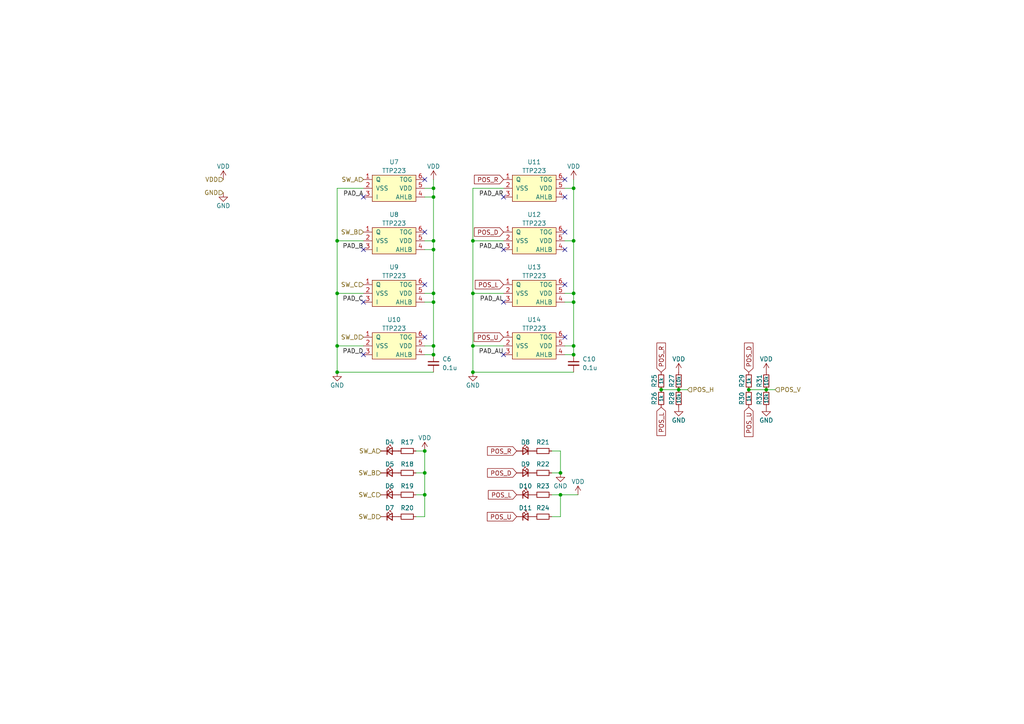
<source format=kicad_sch>
(kicad_sch (version 20211123) (generator eeschema)
  (paper "A4")
  (title_block (title "RL78Display-EB") (date "2022-09-21") (rev "V1.0") (company "https://github.com/KimiakiK"))
  (lib_symbols
    (symbol "Device:C_Small" (pin_numbers hide) (pin_names (offset 0.254) hide)
      (property "Reference" "C" (at 0.254 1.778 0))
      (property "Value" "C_Small" (at 0.254 -2.032 0))
      (symbol "C_Small_0_1"
        (polyline (pts (xy -1.524 -0.508) (xy 1.524 -0.508)) (stroke (width 0.3302)))
        (polyline (pts (xy -1.524 0.508) (xy 1.524 0.508)) (stroke (width 0.3048)))
      )
      (symbol "C_Small_1_1"
        (pin passive line (at 0 2.54 270) (length 2.032) (name "~") (number "1"))
        (pin passive line (at 0 -2.54 90) (length 2.032) (name "~") (number "2"))
      )
    )
    (symbol "Device:LED_Small" (pin_numbers hide) (pin_names (offset 0.254) hide)
      (property "Reference" "D" (at -1.27 3.175 0))
      (property "Value" "LED_Small" (at -4.445 -2.54 0))
      (symbol "LED_Small_0_1"
        (polyline (pts (xy -0.762 -1.016) (xy -0.762 1.016)) (stroke (width 0.254)))
        (polyline (pts (xy 1.016 0) (xy -0.762 0)))
        (polyline (pts (xy 0.762 -1.016) (xy -0.762 0) (xy 0.762 1.016) (xy 0.762 -1.016)) (stroke (width 0.254)))
        (polyline (pts (xy 0 0.762) (xy -0.508 1.27) (xy -0.254 1.27) (xy -0.508 1.27) (xy -0.508 1.016)))
        (polyline (pts (xy 0.508 1.27) (xy 0 1.778) (xy 0.254 1.778) (xy 0 1.778) (xy 0 1.524)))
      )
      (symbol "LED_Small_1_1"
        (pin passive line (at -2.54 0 0) (length 1.778) (name "K") (number "1"))
        (pin passive line (at 2.54 0 180) (length 1.778) (name "A") (number "2"))
      )
    )
    (symbol "Device:R_Small" (pin_numbers hide) (pin_names (offset 0.254) hide)
      (property "Reference" "R" (at 0.762 0.508 0))
      (property "Value" "R_Small" (at 0.762 -1.016 0))
      (symbol "R_Small_0_1"
        (rectangle (start -0.762 1.778) (end 0.762 -1.778) (stroke (width 0.2032)))
      )
      (symbol "R_Small_1_1"
        (pin passive line (at 0 2.54 270) (length 0.762) (name "~") (number "1"))
        (pin passive line (at 0 -2.54 90) (length 0.762) (name "~") (number "2"))
      )
    )
    (symbol "RL78Display:TTP223" (pin_names (offset 1.016))
      (property "Reference" "U" (at 0 7.62 0))
      (property "Value" "TTP223" (at 0 5.08 0))
      (symbol "TTP223_0_0"
        (pin passive line (at -8.89 2.54 0) (length 2.54) (name "Q") (number "1"))
        (pin power_in line (at -8.89 0 0) (length 2.54) (name "VSS") (number "2"))
        (pin passive line (at -8.89 -2.54 0) (length 2.54) (name "I") (number "3"))
        (pin passive line (at 8.89 -2.54 180) (length 2.54) (name "AHLB") (number "4"))
        (pin power_in line (at 8.89 0 180) (length 2.54) (name "VDD") (number "5"))
        (pin passive line (at 8.89 2.54 180) (length 2.54) (name "TOG") (number "6"))
      )
      (symbol "TTP223_0_1"
        (rectangle (start -6.35 3.81) (end 6.35 -3.81) (fill (type background)))
      )
    )
    (symbol "power:GND" (power) (pin_names (offset 0))
      (property "Value" "GND" (at 0 -3.81 0))
      (symbol "GND_0_1"
        (polyline (pts (xy 0 0) (xy 0 -1.27) (xy 1.27 -1.27) (xy 0 -2.54) (xy -1.27 -1.27) (xy 0 -1.27)))
      )
      (symbol "GND_1_1"
        (pin power_in line (at 0 0 270) (length 0) hide (name "GND") (number "1"))
      )
    )
    (symbol "power:VDD" (power) (pin_names (offset 0))
      (property "Value" "VDD" (at 0 3.81 0))
      (symbol "VDD_0_1"
        (polyline (pts (xy -0.762 1.27) (xy 0 2.54)))
        (polyline (pts (xy 0 0) (xy 0 2.54)))
        (polyline (pts (xy 0 2.54) (xy 0.762 1.27)))
      )
      (symbol "VDD_1_1"
        (pin power_in line (at 0 0 90) (length 0) hide (name "VDD") (number "1"))
      )
    )
  )
  (junction (at 166.37 102.87))
  (junction (at 162.56 143.51))
  (junction (at 137.16 85.09))
  (junction (at 123.19 130.81))
  (junction (at 162.56 137.16))
  (junction (at 125.73 69.85))
  (junction (at 123.19 143.51))
  (junction (at 137.16 107.95))
  (junction (at 125.73 87.63))
  (junction (at 137.16 100.33))
  (junction (at 125.73 54.61))
  (junction (at 97.79 85.09))
  (junction (at 166.37 100.33))
  (junction (at 125.73 85.09))
  (junction (at 166.37 69.85))
  (junction (at 123.19 137.16))
  (junction (at 196.85 113.03))
  (junction (at 97.79 69.85))
  (junction (at 166.37 85.09))
  (junction (at 166.37 87.63))
  (junction (at 191.77 113.03))
  (junction (at 125.73 72.39))
  (junction (at 217.17 113.03))
  (junction (at 125.73 102.87))
  (junction (at 137.16 69.85))
  (junction (at 97.79 107.95))
  (junction (at 166.37 54.61))
  (junction (at 222.25 113.03))
  (junction (at 125.73 100.33))
  (junction (at 97.79 100.33))
  (junction (at 125.73 57.15))
  (no_connect (at 163.83 97.79))
  (no_connect (at 123.19 67.31))
  (no_connect (at 123.19 52.07))
  (no_connect (at 123.19 82.55))
  (no_connect (at 123.19 97.79))
  (no_connect (at 163.83 82.55))
  (no_connect (at 146.05 87.63))
  (no_connect (at 146.05 102.87))
  (no_connect (at 105.41 72.39))
  (no_connect (at 105.41 57.15))
  (no_connect (at 105.41 87.63))
  (no_connect (at 105.41 102.87))
  (no_connect (at 163.83 52.07))
  (no_connect (at 163.83 67.31))
  (no_connect (at 163.83 57.15))
  (no_connect (at 163.83 72.39))
  (no_connect (at 146.05 72.39))
  (no_connect (at 146.05 57.15))
  (wire (pts (xy 137.16 54.61) (xy 146.05 54.61)))
  (wire (pts (xy 160.02 130.81) (xy 162.56 130.81)))
  (wire (pts (xy 137.16 107.95) (xy 137.16 100.33)))
  (wire (pts (xy 120.65 137.16) (xy 123.19 137.16)))
  (wire (pts (xy 137.16 100.33) (xy 146.05 100.33)))
  (wire (pts (xy 137.16 100.33) (xy 137.16 85.09)))
  (wire (pts (xy 97.79 85.09) (xy 105.41 85.09)))
  (wire (pts (xy 125.73 85.09) (xy 125.73 87.63)))
  (wire (pts (xy 163.83 87.63) (xy 166.37 87.63)))
  (wire (pts (xy 125.73 72.39) (xy 125.73 85.09)))
  (wire (pts (xy 137.16 85.09) (xy 146.05 85.09)))
  (wire (pts (xy 120.65 130.81) (xy 123.19 130.81)))
  (wire (pts (xy 97.79 69.85) (xy 97.79 85.09)))
  (wire (pts (xy 125.73 69.85) (xy 125.73 72.39)))
  (wire (pts (xy 222.25 113.03) (xy 224.79 113.03)))
  (wire (pts (xy 97.79 54.61) (xy 97.79 69.85)))
  (wire (pts (xy 123.19 57.15) (xy 125.73 57.15)))
  (wire (pts (xy 163.83 102.87) (xy 166.37 102.87)))
  (wire (pts (xy 163.83 100.33) (xy 166.37 100.33)))
  (wire (pts (xy 123.19 143.51) (xy 123.19 137.16)))
  (wire (pts (xy 162.56 130.81) (xy 162.56 137.16)))
  (wire (pts (xy 105.41 54.61) (xy 97.79 54.61)))
  (wire (pts (xy 166.37 52.07) (xy 166.37 54.61)))
  (wire (pts (xy 166.37 100.33) (xy 166.37 102.87)))
  (wire (pts (xy 120.65 149.86) (xy 123.19 149.86)))
  (wire (pts (xy 123.19 69.85) (xy 125.73 69.85)))
  (wire (pts (xy 160.02 149.86) (xy 162.56 149.86)))
  (wire (pts (xy 125.73 54.61) (xy 125.73 57.15)))
  (wire (pts (xy 123.19 100.33) (xy 125.73 100.33)))
  (wire (pts (xy 166.37 85.09) (xy 166.37 87.63)))
  (wire (pts (xy 166.37 87.63) (xy 166.37 100.33)))
  (wire (pts (xy 120.65 143.51) (xy 123.19 143.51)))
  (wire (pts (xy 217.17 113.03) (xy 222.25 113.03)))
  (wire (pts (xy 137.16 85.09) (xy 137.16 69.85)))
  (wire (pts (xy 166.37 54.61) (xy 166.37 69.85)))
  (wire (pts (xy 162.56 143.51) (xy 167.64 143.51)))
  (wire (pts (xy 97.79 107.95) (xy 125.73 107.95)))
  (wire (pts (xy 123.19 72.39) (xy 125.73 72.39)))
  (wire (pts (xy 125.73 57.15) (xy 125.73 69.85)))
  (wire (pts (xy 125.73 100.33) (xy 125.73 102.87)))
  (wire (pts (xy 123.19 85.09) (xy 125.73 85.09)))
  (wire (pts (xy 137.16 107.95) (xy 166.37 107.95)))
  (wire (pts (xy 191.77 113.03) (xy 196.85 113.03)))
  (wire (pts (xy 123.19 87.63) (xy 125.73 87.63)))
  (wire (pts (xy 97.79 100.33) (xy 105.41 100.33)))
  (wire (pts (xy 137.16 69.85) (xy 137.16 54.61)))
  (wire (pts (xy 125.73 87.63) (xy 125.73 100.33)))
  (wire (pts (xy 137.16 69.85) (xy 146.05 69.85)))
  (wire (pts (xy 97.79 69.85) (xy 105.41 69.85)))
  (wire (pts (xy 97.79 100.33) (xy 97.79 107.95)))
  (wire (pts (xy 160.02 143.51) (xy 162.56 143.51)))
  (wire (pts (xy 123.19 149.86) (xy 123.19 143.51)))
  (wire (pts (xy 160.02 137.16) (xy 162.56 137.16)))
  (wire (pts (xy 163.83 54.61) (xy 166.37 54.61)))
  (wire (pts (xy 196.85 113.03) (xy 199.39 113.03)))
  (wire (pts (xy 97.79 85.09) (xy 97.79 100.33)))
  (wire (pts (xy 123.19 102.87) (xy 125.73 102.87)))
  (wire (pts (xy 166.37 69.85) (xy 166.37 85.09)))
  (wire (pts (xy 163.83 69.85) (xy 166.37 69.85)))
  (wire (pts (xy 123.19 137.16) (xy 123.19 130.81)))
  (wire (pts (xy 162.56 149.86) (xy 162.56 143.51)))
  (wire (pts (xy 163.83 85.09) (xy 166.37 85.09)))
  (wire (pts (xy 123.19 54.61) (xy 125.73 54.61)))
  (wire (pts (xy 125.73 52.07) (xy 125.73 54.61)))
  (label "PAD_AU" (at 146.05 102.87 180))
  (label "PAD_B" (at 105.41 72.39 180))
  (label "PAD_D" (at 105.41 102.87 180))
  (label "PAD_AL" (at 146.05 87.63 180))
  (label "PAD_A" (at 105.41 57.15 180))
  (label "PAD_AR" (at 146.05 57.15 180))
  (label "PAD_AD" (at 146.05 72.39 180))
  (label "PAD_C" (at 105.41 87.63 180))
  (global_label "POS_U" (shape input) (at 146.05 97.79 180) (property "シート間のリファレンス" "${INTERSHEET_REFS}" (effects hide)))
  (global_label "POS_R" (shape input) (at 191.77 107.95 90) (property "シート間のリファレンス" "${INTERSHEET_REFS}" (effects hide)))
  (global_label "POS_U" (shape input) (at 217.17 118.11 270) (property "シート間のリファレンス" "${INTERSHEET_REFS}" (effects hide)))
  (global_label "POS_L" (shape input) (at 149.86 143.51 180) (property "シート間のリファレンス" "${INTERSHEET_REFS}" (effects hide)))
  (global_label "POS_L" (shape input) (at 146.05 82.55 180) (property "シート間のリファレンス" "${INTERSHEET_REFS}" (effects hide)))
  (global_label "POS_D" (shape input) (at 146.05 67.31 180) (property "シート間のリファレンス" "${INTERSHEET_REFS}" (effects hide)))
  (global_label "POS_R" (shape input) (at 149.86 130.81 180) (property "シート間のリファレンス" "${INTERSHEET_REFS}" (effects hide)))
  (global_label "POS_U" (shape input) (at 149.86 149.86 180) (property "シート間のリファレンス" "${INTERSHEET_REFS}" (effects hide)))
  (global_label "POS_R" (shape input) (at 146.05 52.07 180) (property "シート間のリファレンス" "${INTERSHEET_REFS}" (effects hide)))
  (global_label "POS_D" (shape input) (at 217.17 107.95 90) (property "シート間のリファレンス" "${INTERSHEET_REFS}" (effects hide)))
  (global_label "POS_L" (shape input) (at 191.77 118.11 270) (property "シート間のリファレンス" "${INTERSHEET_REFS}" (effects hide)))
  (global_label "POS_D" (shape input) (at 149.86 137.16 180) (property "シート間のリファレンス" "${INTERSHEET_REFS}" (effects hide)))
  (hierarchical_label "SW_B" (shape input) (at 110.49 137.16 180))
  (hierarchical_label "SW_D" (shape input) (at 110.49 149.86 180))
  (hierarchical_label "POS_V" (shape input) (at 224.79 113.03 0))
  (hierarchical_label "SW_C" (shape input) (at 110.49 143.51 180))
  (hierarchical_label "GND" (shape input) (at 64.77 55.88 180))
  (hierarchical_label "SW_C" (shape input) (at 105.41 82.55 180))
  (hierarchical_label "POS_H" (shape input) (at 199.39 113.03 0))
  (hierarchical_label "VDD" (shape input) (at 64.77 52.07 180))
  (hierarchical_label "SW_D" (shape input) (at 105.41 97.79 180))
  (hierarchical_label "SW_A" (shape input) (at 105.41 52.07 180))
  (hierarchical_label "SW_A" (shape input) (at 110.49 130.81 180))
  (hierarchical_label "SW_B" (shape input) (at 105.41 67.31 180))
  (symbol (lib_id "power:VDD") (at 166.37 52.07 0) (unit 1)
    (property "Reference" "#PWR027" (effects hide))
    (property "Value" "VDD" (at 166.37 48.26 0))
  )
  (symbol (lib_id "RL78Display:TTP223") (at 114.3 69.85 0) (unit 1)
    (property "Reference" "U8" (at 114.3 62.23 0))
    (property "Value" "TTP223" (at 114.3 64.77 0))
    (property "Footprint" "RL78Display-EB:SOT-23-6" (effects hide))
  )
  (symbol (lib_id "Device:R_Small") (at 222.25 115.57 180) (unit 1)
    (property "Reference" "R32" (at 220.98 115.57 90) (effects (justify top)))
    (property "Value" "10k" (at 222.25 115.57 90) (effects (font (size 1.016 1.016))))
    (property "Footprint" "RL78Display-EB:1608Metric" (effects hide))
  )
  (symbol (lib_id "Device:R_Small") (at 217.17 110.49 180) (unit 1)
    (property "Reference" "R29" (at 215.9 110.49 90) (effects (justify top)))
    (property "Value" "1k" (at 217.17 110.49 90) (effects (font (size 1.016 1.016))))
    (property "Footprint" "RL78Display-EB:1608Metric" (effects hide))
  )
  (symbol (lib_id "RL78Display:TTP223") (at 114.3 85.09 0) (unit 1)
    (property "Reference" "U9" (at 114.3 77.47 0))
    (property "Value" "TTP223" (at 114.3 80.01 0))
    (property "Footprint" "RL78Display-EB:SOT-23-6" (effects hide))
  )
  (symbol (lib_id "RL78Display:TTP223") (at 154.94 100.33 0) (unit 1)
    (property "Reference" "U14" (at 154.94 92.71 0))
    (property "Value" "TTP223" (at 154.94 95.25 0))
    (property "Footprint" "RL78Display-EB:SOT-23-6" (effects hide))
  )
  (symbol (lib_id "Device:LED_Small") (at 152.4 137.16 0) (mirror y) (unit 1)
    (property "Reference" "D9" (at 152.4 134.62 0))
    (property "Value" "LED" (effects hide))
    (property "Footprint" "RL78Display-EB:1608Metric" (effects hide))
  )
  (symbol (lib_id "power:VDD") (at 123.19 130.81 0) (unit 1)
    (property "Reference" "#PWR023" (effects hide))
    (property "Value" "VDD" (at 123.19 127 0))
  )
  (symbol (lib_id "Device:LED_Small") (at 113.03 143.51 0) (unit 1)
    (property "Reference" "D6" (at 113.03 140.97 0))
    (property "Value" "LED" (effects hide))
    (property "Footprint" "RL78Display-EB:1608Metric" (effects hide))
  )
  (symbol (lib_id "Device:R_Small") (at 157.48 137.16 90) (unit 1)
    (property "Reference" "R22" (at 157.48 134.62 90))
    (property "Value" "R" (effects hide))
    (property "Footprint" "RL78Display-EB:1608Metric" (effects hide))
  )
  (symbol (lib_id "power:GND") (at 137.16 107.95 0) (unit 1)
    (property "Reference" "#PWR025" (effects hide))
    (property "Value" "GND" (at 137.16 111.76 0))
  )
  (symbol (lib_id "Device:R_Small") (at 157.48 143.51 90) (unit 1)
    (property "Reference" "R23" (at 157.48 140.97 90))
    (property "Value" "R" (effects hide))
    (property "Footprint" "RL78Display-EB:1608Metric" (effects hide))
  )
  (symbol (lib_id "Device:C_Small") (at 166.37 105.41 0) (unit 1)
    (property "Reference" "C10" (at 168.91 104.1462 0) (effects (justify left)))
    (property "Value" "0.1u" (at 168.91 106.6862 0) (effects (justify left)))
    (property "Footprint" "RL78Display-EB:1608Metric" (effects hide))
  )
  (symbol (lib_id "Device:LED_Small") (at 152.4 130.81 0) (mirror y) (unit 1)
    (property "Reference" "D8" (at 152.4 128.27 0))
    (property "Value" "LED" (effects hide))
    (property "Footprint" "RL78Display-EB:1608Metric" (effects hide))
  )
  (symbol (lib_id "Device:R_Small") (at 191.77 115.57 180) (unit 1)
    (property "Reference" "R26" (at 190.5 115.57 90) (effects (justify top)))
    (property "Value" "1k" (at 191.77 115.57 90) (effects (font (size 1.016 1.016))))
    (property "Footprint" "RL78Display-EB:1608Metric" (effects hide))
  )
  (symbol (lib_id "Device:R_Small") (at 217.17 115.57 180) (unit 1)
    (property "Reference" "R30" (at 215.9 115.57 90) (effects (justify top)))
    (property "Value" "1k" (at 217.17 115.57 90) (effects (font (size 1.016 1.016))))
    (property "Footprint" "RL78Display-EB:1608Metric" (effects hide))
  )
  (symbol (lib_id "RL78Display:TTP223") (at 114.3 54.61 0) (unit 1)
    (property "Reference" "U7" (at 114.3 46.99 0))
    (property "Value" "TTP223" (at 114.3 49.53 0))
    (property "Footprint" "RL78Display-EB:SOT-23-6" (effects hide))
  )
  (symbol (lib_id "power:VDD") (at 64.77 52.07 0) (unit 1)
    (property "Reference" "#PWR018" (effects hide))
    (property "Value" "VDD" (at 64.77 48.26 0))
  )
  (symbol (lib_id "Device:LED_Small") (at 113.03 137.16 0) (unit 1)
    (property "Reference" "D5" (at 113.03 134.62 0))
    (property "Value" "LED" (effects hide))
    (property "Footprint" "RL78Display-EB:1608Metric" (effects hide))
  )
  (symbol (lib_id "RL78Display:TTP223") (at 154.94 54.61 0) (unit 1)
    (property "Reference" "U11" (at 154.94 46.99 0))
    (property "Value" "TTP223" (at 154.94 49.53 0))
    (property "Footprint" "RL78Display-EB:SOT-23-6" (effects hide))
  )
  (symbol (lib_id "Device:R_Small") (at 191.77 110.49 180) (unit 1)
    (property "Reference" "R25" (at 190.5 110.49 90) (effects (justify top)))
    (property "Value" "1k" (at 191.77 110.49 90) (effects (font (size 1.016 1.016))))
    (property "Footprint" "RL78Display-EB:1608Metric" (effects hide))
  )
  (symbol (lib_id "power:VDD") (at 222.25 107.95 0) (unit 1)
    (property "Reference" "#PWR031" (effects hide))
    (property "Value" "VDD" (at 222.25 104.14 0))
  )
  (symbol (lib_id "Device:R_Small") (at 196.85 110.49 180) (unit 1)
    (property "Reference" "R27" (at 195.58 110.49 90) (effects (justify top)))
    (property "Value" "10k" (at 196.85 110.49 90) (effects (font (size 1.016 1.016))))
    (property "Footprint" "RL78Display-EB:1608Metric" (effects hide))
  )
  (symbol (lib_id "Device:R_Small") (at 118.11 130.81 90) (unit 1)
    (property "Reference" "R17" (at 118.11 128.27 90))
    (property "Value" "R" (effects hide))
    (property "Footprint" "RL78Display-EB:1608Metric" (effects hide))
  )
  (symbol (lib_id "Device:LED_Small") (at 113.03 130.81 0) (unit 1)
    (property "Reference" "D4" (at 113.03 128.27 0))
    (property "Value" "LED" (effects hide))
    (property "Footprint" "RL78Display-EB:1608Metric" (effects hide))
  )
  (symbol (lib_id "Device:R_Small") (at 157.48 149.86 90) (unit 1)
    (property "Reference" "R24" (at 157.48 147.32 90))
    (property "Value" "R" (effects hide))
    (property "Footprint" "RL78Display-EB:1608Metric" (effects hide))
  )
  (symbol (lib_id "Device:R_Small") (at 222.25 110.49 180) (unit 1)
    (property "Reference" "R31" (at 220.98 110.49 90) (effects (justify top)))
    (property "Value" "10k" (at 222.25 110.49 90) (effects (font (size 1.016 1.016))))
    (property "Footprint" "RL78Display-EB:1608Metric" (effects hide))
  )
  (symbol (lib_id "Device:LED_Small") (at 152.4 143.51 0) (unit 1)
    (property "Reference" "D10" (at 152.4 140.97 0))
    (property "Value" "LED" (effects hide))
    (property "Footprint" "RL78Display-EB:1608Metric" (effects hide))
  )
  (symbol (lib_id "power:VDD") (at 125.73 52.07 0) (unit 1)
    (property "Reference" "#PWR024" (effects hide))
    (property "Value" "VDD" (at 125.73 48.26 0))
  )
  (symbol (lib_id "Device:R_Small") (at 118.11 143.51 90) (unit 1)
    (property "Reference" "R19" (at 118.11 140.97 90))
    (property "Value" "R" (effects hide))
    (property "Footprint" "RL78Display-EB:1608Metric" (effects hide))
  )
  (symbol (lib_id "power:VDD") (at 167.64 143.51 0) (unit 1)
    (property "Reference" "#PWR028" (effects hide))
    (property "Value" "VDD" (at 167.64 139.7 0))
  )
  (symbol (lib_id "RL78Display:TTP223") (at 154.94 85.09 0) (unit 1)
    (property "Reference" "U13" (at 154.94 77.47 0))
    (property "Value" "TTP223" (at 154.94 80.01 0))
    (property "Footprint" "RL78Display-EB:SOT-23-6" (effects hide))
  )
  (symbol (lib_id "Device:R_Small") (at 196.85 115.57 180) (unit 1)
    (property "Reference" "R28" (at 195.58 115.57 90) (effects (justify top)))
    (property "Value" "10k" (at 196.85 115.57 90) (effects (font (size 1.016 1.016))))
    (property "Footprint" "RL78Display-EB:1608Metric" (effects hide))
  )
  (symbol (lib_id "Device:LED_Small") (at 113.03 149.86 0) (unit 1)
    (property "Reference" "D7" (at 113.03 147.32 0))
    (property "Value" "LED" (effects hide))
    (property "Footprint" "RL78Display-EB:1608Metric" (effects hide))
  )
  (symbol (lib_id "Device:R_Small") (at 157.48 130.81 90) (unit 1)
    (property "Reference" "R21" (at 157.48 128.27 90))
    (property "Value" "R" (effects hide))
    (property "Footprint" "RL78Display-EB:1608Metric" (effects hide))
  )
  (symbol (lib_id "power:GND") (at 97.79 107.95 0) (unit 1)
    (property "Reference" "#PWR022" (effects hide))
    (property "Value" "GND" (at 97.79 111.76 0))
  )
  (symbol (lib_id "power:GND") (at 196.85 118.11 0) (unit 1)
    (property "Reference" "#PWR030" (effects hide))
    (property "Value" "GND" (at 196.85 121.92 0))
  )
  (symbol (lib_id "Device:C_Small") (at 125.73 105.41 0) (unit 1)
    (property "Reference" "C6" (at 128.27 104.1462 0) (effects (justify left)))
    (property "Value" "0.1u" (at 128.27 106.6862 0) (effects (justify left)))
    (property "Footprint" "RL78Display-EB:1608Metric" (effects hide))
  )
  (symbol (lib_id "RL78Display:TTP223") (at 114.3 100.33 0) (unit 1)
    (property "Reference" "U10" (at 114.3 92.71 0))
    (property "Value" "TTP223" (at 114.3 95.25 0))
    (property "Footprint" "RL78Display-EB:SOT-23-6" (effects hide))
  )
  (symbol (lib_id "power:GND") (at 222.25 118.11 0) (unit 1)
    (property "Reference" "#PWR032" (effects hide))
    (property "Value" "GND" (at 222.25 121.92 0))
  )
  (symbol (lib_id "Device:LED_Small") (at 152.4 149.86 0) (unit 1)
    (property "Reference" "D11" (at 152.4 147.32 0))
    (property "Value" "LED" (effects hide))
    (property "Footprint" "RL78Display-EB:1608Metric" (effects hide))
  )
  (symbol (lib_id "power:GND") (at 162.56 137.16 0) (unit 1)
    (property "Reference" "#PWR026" (effects hide))
    (property "Value" "GND" (at 162.56 140.97 0))
  )
  (symbol (lib_id "power:GND") (at 64.77 55.88 0) (unit 1)
    (property "Reference" "#PWR021" (effects hide))
    (property "Value" "GND" (at 64.77 59.69 0))
  )
  (symbol (lib_id "Device:R_Small") (at 118.11 137.16 90) (unit 1)
    (property "Reference" "R18" (at 118.11 134.62 90))
    (property "Value" "R" (effects hide))
    (property "Footprint" "RL78Display-EB:1608Metric" (effects hide))
  )
  (symbol (lib_id "Device:R_Small") (at 118.11 149.86 90) (unit 1)
    (property "Reference" "R20" (at 118.11 147.32 90))
    (property "Value" "R" (effects hide))
    (property "Footprint" "RL78Display-EB:1608Metric" (effects hide))
  )
  (symbol (lib_id "RL78Display:TTP223") (at 154.94 69.85 0) (unit 1)
    (property "Reference" "U12" (at 154.94 62.23 0))
    (property "Value" "TTP223" (at 154.94 64.77 0))
    (property "Footprint" "RL78Display-EB:SOT-23-6" (effects hide))
  )
  (symbol (lib_id "power:VDD") (at 196.85 107.95 0) (unit 1)
    (property "Reference" "#PWR029" (effects hide))
    (property "Value" "VDD" (at 196.85 104.14 0))
  )
)
</source>
